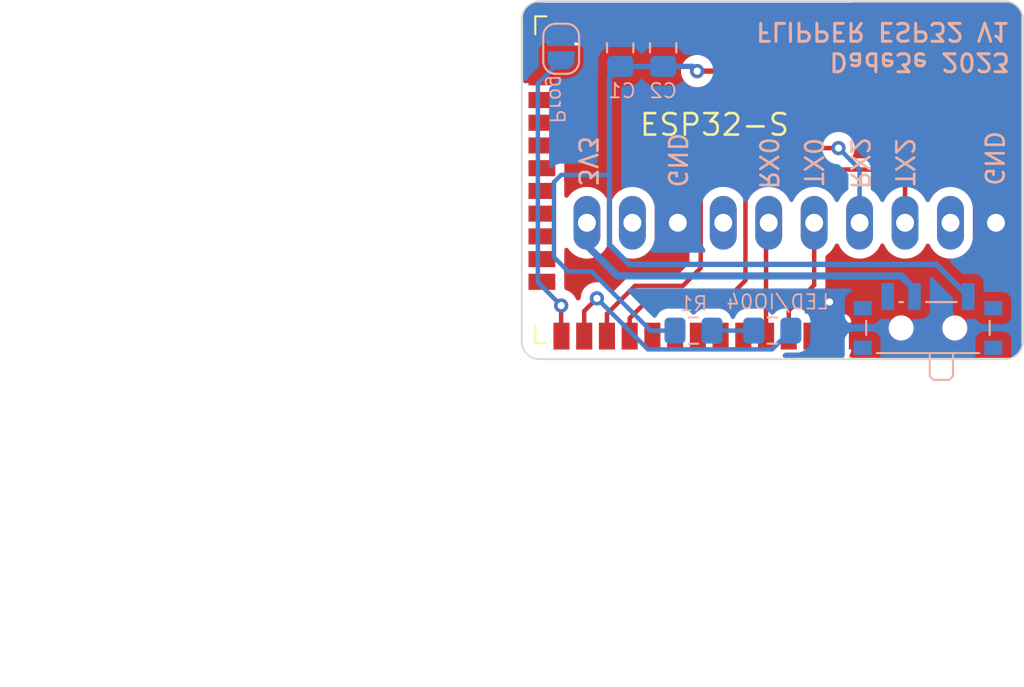
<source format=kicad_pcb>
(kicad_pcb (version 20221018) (generator pcbnew)
  (layers (0 "F.Cu" signal) (31 "B.Cu" signal) (34 "B.Paste" user) (35 "F.Paste" user) (36 "B.SilkS" user "B.Silkscreen") (37 "F.SilkS" user "F.Silkscreen") (38 "B.Mask" user) (39 "F.Mask" user) (44 "Edge.Cuts" user))
  (net 0 "")
  (net 1 "GND")
  (net 2 "Net-(D1-A)")
  (net 4 "Net-(J1-Pin_5)")
  (net 5 "Net-(J1-Pin_6)")
  (net 8 "Net-(J1-Pin_10)")
  (net 16 "Net-(D1-K)")
  (net 37 "Net-(J1-Pin_3)")
  (net 38 "Net-(J1-Pin_4)")
  (net 40 "Net-(JP1-A)")
  (net 41 "Net-(SW1-A)")
  (footprint "RF_Module:ESP32-WROOM-32U" (layer "F.Cu") (at 50.475 49.96 -90)
    (fp_text reference "U1" hide)
    (fp_text value "ESP32-WROOM-32")
    (fp_line (start -9.12 9.1) (end -9.12 9.72) (stroke (width 0.12)) (layer "F.SilkS"))
    (fp_line (start -9.12 9.72) (end -8.12 9.72) (stroke (width 0.12)) (layer "F.SilkS"))
    (fp_line (start 9.12 9.1) (end 9.12 9.72) (stroke (width 0.12)) (layer "F.SilkS"))
    (fp_line (start 9.12 9.72) (end 8.12 9.72) (stroke (width 0.12)) (layer "F.SilkS"))
    (pad "1" smd rect (at -8.75 -8.255 270) (size 1.5 0.9) (layers "F.Cu" "F.Paste" "F.Mask") (net 1 "GND"))
    (pad "2" smd rect (at -8.75 -6.985 270) (size 1.5 0.9) (layers "F.Cu" "F.Paste" "F.Mask") (net 41 "Net-(SW1-A)"))
    (pad "3" smd rect (at -8.75 -5.715 270) (size 1.5 0.9) (layers "F.Cu" "F.Paste" "F.Mask") (net 41 "Net-(SW1-A)"))
    (pad "4" smd rect (at -8.75 -4.445 270) (size 1.5 0.9) (layers "F.Cu" "F.Paste" "F.Mask"))
    (pad "5" smd rect (at -8.75 -3.175 270) (size 1.5 0.9) (layers "F.Cu" "F.Paste" "F.Mask"))
    (pad "6" smd rect (at -8.75 -1.905 270) (size 1.5 0.9) (layers "F.Cu" "F.Paste" "F.Mask"))
    (pad "7" smd rect (at -8.75 -0.635 270) (size 1.5 0.9) (layers "F.Cu" "F.Paste" "F.Mask"))
    (pad "8" smd rect (at -8.75 0.635 270) (size 1.5 0.9) (layers "F.Cu" "F.Paste" "F.Mask"))
    (pad "9" smd rect (at -8.75 1.905 270) (size 1.5 0.9) (layers "F.Cu" "F.Paste" "F.Mask"))
    (pad "10" smd rect (at -8.75 3.175 270) (size 1.5 0.9) (layers "F.Cu" "F.Paste" "F.Mask"))
    (pad "11" smd rect (at -8.75 4.445 270) (size 1.5 0.9) (layers "F.Cu" "F.Paste" "F.Mask"))
    (pad "12" smd rect (at -8.75 5.715 270) (size 1.5 0.9) (layers "F.Cu" "F.Paste" "F.Mask"))
    (pad "13" smd rect (at -8.75 6.985 270) (size 1.5 0.9) (layers "F.Cu" "F.Paste" "F.Mask"))
    (pad "14" smd rect (at -8.75 8.255 270) (size 1.5 0.9) (layers "F.Cu" "F.Paste" "F.Mask"))
    (pad "15" smd rect (at -5.715 9.35) (size 1.5 0.9) (layers "F.Cu" "F.Paste" "F.Mask") (net 1 "GND"))
    (pad "16" smd rect (at -4.445 9.35) (size 1.5 0.9) (layers "F.Cu" "F.Paste" "F.Mask"))
    (pad "17" smd rect (at -3.175 9.35) (size 1.5 0.9) (layers "F.Cu" "F.Paste" "F.Mask"))
    (pad "18" smd rect (at -1.905 9.35) (size 1.5 0.9) (layers "F.Cu" "F.Paste" "F.Mask"))
    (pad "19" smd rect (at -0.635 9.35) (size 1.5 0.9) (layers "F.Cu" "F.Paste" "F.Mask"))
    (pad "20" smd rect (at 0.635 9.35) (size 1.5 0.9) (layers "F.Cu" "F.Paste" "F.Mask"))
    (pad "21" smd rect (at 1.905 9.35) (size 1.5 0.9) (layers "F.Cu" "F.Paste" "F.Mask"))
    (pad "22" smd rect (at 3.175 9.35) (size 1.5 0.9) (layers "F.Cu" "F.Paste" "F.Mask"))
    (pad "23" smd rect (at 4.445 9.35) (size 1.5 0.9) (layers "F.Cu" "F.Paste" "F.Mask"))
    (pad "24" smd rect (at 5.715 9.35) (size 1.5 0.9) (layers "F.Cu" "F.Paste" "F.Mask"))
    (pad "25" smd rect (at 8.75 8.255 270) (size 1.5 0.9) (layers "F.Cu" "F.Paste" "F.Mask") (net 40 "Net-(JP1-A)"))
    (pad "26" smd rect (at 8.75 6.985 270) (size 1.5 0.9) (layers "F.Cu" "F.Paste" "F.Mask") (net 16 "Net-(D1-K)"))
    (pad "27" smd rect (at 8.75 5.715 270) (size 1.5 0.9) (layers "F.Cu" "F.Paste" "F.Mask") (net 38 "Net-(J1-Pin_4)"))
    (pad "28" smd rect (at 8.75 4.445 270) (size 1.5 0.9) (layers "F.Cu" "F.Paste" "F.Mask") (net 37 "Net-(J1-Pin_3)"))
    (pad "29" smd rect (at 8.75 3.175 270) (size 1.5 0.9) (layers "F.Cu" "F.Paste" "F.Mask"))
    (pad "30" smd rect (at 8.75 1.905 270) (size 1.5 0.9) (layers "F.Cu" "F.Paste" "F.Mask"))
    (pad "31" smd rect (at 8.75 0.635 270) (size 1.5 0.9) (layers "F.Cu" "F.Paste" "F.Mask"))
    (pad "32" smd rect (at 8.75 -0.635 270) (size 1.5 0.9) (layers "F.Cu" "F.Paste" "F.Mask"))
    (pad "33" smd rect (at 8.75 -1.905 270) (size 1.5 0.9) (layers "F.Cu" "F.Paste" "F.Mask"))
    (pad "34" smd rect (at 8.75 -3.175 270) (size 1.5 0.9) (layers "F.Cu" "F.Paste" "F.Mask") (net 5 "Net-(J1-Pin_6)"))
    (pad "35" smd rect (at 8.75 -4.445 270) (size 1.5 0.9) (layers "F.Cu" "F.Paste" "F.Mask") (net 4 "Net-(J1-Pin_5)"))
    (pad "36" smd rect (at 8.75 -5.715 270) (size 1.5 0.9) (layers "F.Cu" "F.Paste" "F.Mask"))
    (pad "37" smd rect (at 8.75 -6.985 270) (size 1.5 0.9) (layers "F.Cu" "F.Paste" "F.Mask"))
    (pad "38" smd rect (at 8.75 -8.255 270) (size 1.5 0.9) (layers "F.Cu" "F.Paste" "F.Mask") (net 1 "GND"))
  )
  (footprint "Button_Switch_SMD:SW_SPDT_PCM12" (layer "B.Cu") (at 62.7 57.925 180)
    (fp_text reference "SW1" hide)
    (fp_text value "SW_SPDT" hide)
    (fp_line (start -3.45 0.07) (end -3.45 -0.72) (stroke (width 0.12)) (layer "B.SilkS"))
    (fp_line (start -2.85 -1.73) (end 2.85 -1.73) (stroke (width 0.12)) (layer "B.SilkS"))
    (fp_line (start -1.6 1.12) (end 0.1 1.12) (stroke (width 0.12)) (layer "B.SilkS"))
    (fp_line (start -1.4 -3.02) (end -1.2 -3.23) (stroke (width 0.12)) (layer "B.SilkS"))
    (fp_line (start -1.4 -1.73) (end -1.4 -3.02) (stroke (width 0.12)) (layer "B.SilkS"))
    (fp_line (start -1.2 -3.23) (end -0.3 -3.23) (stroke (width 0.12)) (layer "B.SilkS"))
    (fp_line (start -0.1 -3.02) (end -0.3 -3.23) (stroke (width 0.12)) (layer "B.SilkS"))
    (fp_line (start -0.1 -3.02) (end -0.1 -1.73) (stroke (width 0.12)) (layer "B.SilkS"))
    (fp_line (start 1.4 1.12) (end 1.6 1.12) (stroke (width 0.12)) (layer "B.SilkS"))
    (fp_line (start 3.45 -0.72) (end 3.45 0.07) (stroke (width 0.12)) (layer "B.SilkS"))
    (pad "" smd rect (at -3.65 -1.43 180) (size 1 0.8) (layers "B.Cu" "B.Paste" "B.Mask"))
    (pad "" smd rect (at -3.65 0.78 180) (size 1 0.8) (layers "B.Cu" "B.Paste" "B.Mask"))
    (pad "" np_thru_hole circle (at -1.5 -0.33 180) (size 0.9 0.9) (drill 0.9) (layers "*.Cu" "*.Mask"))
    (pad "" np_thru_hole circle (at 1.5 -0.33 180) (size 0.9 0.9) (drill 0.9) (layers "*.Cu" "*.Mask"))
    (pad "" smd rect (at 3.65 -1.43 180) (size 1 0.8) (layers "B.Cu" "B.Paste" "B.Mask"))
    (pad "" smd rect (at 3.65 0.78 180) (size 1 0.8) (layers "B.Cu" "B.Paste" "B.Mask"))
    (pad "1" smd rect (at -2.25 1.43 180) (size 0.7 1.5) (layers "B.Cu" "B.Paste" "B.Mask") (net 41 "Net-(SW1-A)"))
    (pad "2" smd rect (at 0.75 1.43 180) (size 0.7 1.5) (layers "B.Cu" "B.Paste" "B.Mask") (net 8 "Net-(J1-Pin_10)"))
    (pad "3" smd rect (at 2.25 1.43 180) (size 0.7 1.5) (layers "B.Cu" "B.Paste" "B.Mask"))
  )
  (footprint "Library:PinHeader_1x10_P2.54mm_Vertical_largo" (layer "B.Cu") (at 66.5 52.375 90)
    (fp_text reference "J1" hide)
    (fp_text value "Conn_01x10" hide)
    (pad "1" thru_hole oval (at 0 0 90) (size 3 1.5) (drill 1) (layers "*.Cu" "*.Mask") (net 1 "GND"))
    (pad "2" thru_hole oval (at 0 -2.54 90) (size 3 1.5) (drill 1) (layers "*.Cu" "*.Mask"))
    (pad "3" thru_hole oval (at 0 -5.08 90) (size 3 1.5) (drill 1) (layers "*.Cu" "*.Mask") (net 37 "Net-(J1-Pin_3)"))
    (pad "4" thru_hole oval (at 0 -7.62 90) (size 3 1.5) (drill 1) (layers "*.Cu" "*.Mask") (net 38 "Net-(J1-Pin_4)"))
    (pad "5" thru_hole oval (at 0 -10.16 90) (size 3 1.5) (drill 1) (layers "*.Cu" "*.Mask") (net 4 "Net-(J1-Pin_5)"))
    (pad "6" thru_hole oval (at 0 -12.7 90) (size 3 1.5) (drill 1) (layers "*.Cu" "*.Mask") (net 5 "Net-(J1-Pin_6)"))
    (pad "7" thru_hole oval (at 0 -15.24 90) (size 3 1.5) (drill 1) (layers "*.Cu" "*.Mask"))
    (pad "8" thru_hole oval (at 0 -17.78 90) (size 3 1.5) (drill 1) (layers "*.Cu" "*.Mask") (net 1 "GND"))
    (pad "9" thru_hole oval (at 0 -20.32 90) (size 3 1.5) (drill 1) (layers "*.Cu" "*.Mask"))
    (pad "10" thru_hole oval (at 0 -22.86 90) (size 3 1.5) (drill 1) (layers "*.Cu" "*.Mask") (net 8 "Net-(J1-Pin_10)"))
  )
  (footprint "Capacitor_SMD:C_0805_2012Metric_Pad1.18x1.45mm_HandSolder" (layer "B.Cu") (at 45.5 42.6 90)
    (fp_text reference "C1" (at -2.4 0.1) (layer "B.SilkS") (effects (font (size 0.8 0.8) (thickness 0.1)) (justify mirror)))
    (fp_text value "C" hide)
    (fp_line (start -0.261252 -0.735) (end 0.261252 -0.735) (stroke (width 0.12)) (layer "B.SilkS"))
    (fp_line (start -0.261252 0.735) (end 0.261252 0.735) (stroke (width 0.12)) (layer "B.SilkS"))
    (pad "1" smd roundrect (at -1.0375 0 90) (size 1.175 1.45) (layers "B.Cu" "B.Paste" "B.Mask") (roundrect_rratio 0.212766) (net 41 "Net-(SW1-A)"))
    (pad "2" smd roundrect (at 1.0375 0 90) (size 1.175 1.45) (layers "B.Cu" "B.Paste" "B.Mask") (roundrect_rratio 0.212766) (net 1 "GND"))
  )
  (footprint "Capacitor_SMD:C_0805_2012Metric_Pad1.18x1.45mm_HandSolder" (layer "B.Cu") (at 49.6 58.4 180)
    (fp_text reference "R1" (at 0 1.5) (layer "B.SilkS") (effects (font (size 0.8 0.8) (thickness 0.1)) (justify mirror)))
    (fp_text value "R" hide)
    (fp_line (start -0.261252 -0.735) (end 0.261252 -0.735) (stroke (width 0.12)) (layer "B.SilkS"))
    (fp_line (start -0.261252 0.735) (end 0.261252 0.735) (stroke (width 0.12)) (layer "B.SilkS"))
    (pad "1" smd roundrect (at -1.0375 0 180) (size 1.175 1.45) (layers "B.Cu" "B.Paste" "B.Mask") (roundrect_rratio 0.212766) (net 2 "Net-(D1-A)"))
    (pad "2" smd roundrect (at 1.0375 0 180) (size 1.175 1.45) (layers "B.Cu" "B.Paste" "B.Mask") (roundrect_rratio 0.212766) (net 41 "Net-(SW1-A)"))
  )
  (footprint "Jumper:SolderJumper-2_P1.3mm_Open_RoundedPad1.0x1.5mm" (layer "B.Cu") (at 42.2 42.65 90)
    (fp_text reference "JP1" hide)
    (fp_text value "SolderJumper_2_Open" hide)
    (fp_line (start -1.4 -0.3) (end -1.4 0.3) (stroke (width 0.12)) (layer "B.SilkS"))
    (fp_line (start -0.7 1) (end 0.7 1) (stroke (width 0.12)) (layer "B.SilkS"))
    (fp_line (start 0.7 -1) (end -0.7 -1) (stroke (width 0.12)) (layer "B.SilkS"))
    (fp_line (start 1.4 0.3) (end 1.4 -0.3) (stroke (width 0.12)) (layer "B.SilkS"))
    (fp_arc (start -1.4 -0.3) (mid -1.194975 -0.794975) (end -0.7 -1) (stroke (width 0.12)) (layer "B.SilkS"))
    (fp_arc (start -0.7 1) (mid -1.194975 0.794975) (end -1.4 0.3) (stroke (width 0.12)) (layer "B.SilkS"))
    (fp_arc (start 0.7 -1) (mid 1.194975 -0.794975) (end 1.4 -0.3) (stroke (width 0.12)) (layer "B.SilkS"))
    (fp_arc (start 1.4 0.3) (mid 1.194975 0.794975) (end 0.7 1) (stroke (width 0.12)) (layer "B.SilkS"))
    (pad "1" smd custom (at -0.65 0 90) (size 1 0.5) (layers "B.Cu" "B.Mask") (net 40 "Net-(JP1-A)") (options (clearance outline) (anchor rect)) (primitives (gr_circle (center 0 -0.25) (end 0.5 -0.25) (width 0) (fill yes)) (gr_circle (center 0 0.25) (end 0.5 0.25) (width 0) (fill yes)) (gr_poly (pts (xy 0.5 -0.75) (xy 0 -0.75) (xy 0 0.75) (xy 0.5 0.75)) (width 0) (fill yes))))
    (pad "2" smd custom (at 0.65 0 90) (size 1 0.5) (layers "B.Cu" "B.Mask") (net 1 "GND") (options (clearance outline) (anchor rect)) (primitives (gr_circle (center 0 -0.25) (end 0.5 -0.25) (width 0) (fill yes)) (gr_circle (center 0 0.25) (end 0.5 0.25) (width 0) (fill yes)) (gr_poly (pts (xy 0 -0.75) (xy -0.5 -0.75) (xy -0.5 0.75) (xy 0 0.75)) (width 0) (fill yes))))
  )
  (footprint "Capacitor_SMD:C_0805_2012Metric_Pad1.18x1.45mm_HandSolder" (layer "B.Cu") (at 47.9 42.6 90)
    (fp_text reference "C2" (at -2.4 0) (layer "B.SilkS") (effects (font (size 0.8 0.8) (thickness 0.1)) (justify mirror)))
    (fp_text value "C" hide)
    (fp_line (start -0.261252 -0.735) (end 0.261252 -0.735) (stroke (width 0.12)) (layer "B.SilkS"))
    (fp_line (start -0.261252 0.735) (end 0.261252 0.735) (stroke (width 0.12)) (layer "B.SilkS"))
    (pad "1" smd roundrect (at -1.0375 0 90) (size 1.175 1.45) (layers "B.Cu" "B.Paste" "B.Mask") (roundrect_rratio 0.212766) (net 41 "Net-(SW1-A)"))
    (pad "2" smd roundrect (at 1.0375 0 90) (size 1.175 1.45) (layers "B.Cu" "B.Paste" "B.Mask") (roundrect_rratio 0.212766) (net 1 "GND"))
  )
  (footprint "Capacitor_SMD:C_0805_2012Metric_Pad1.18x1.45mm_HandSolder" (layer "B.Cu") (at 54 58.4 180)
    (fp_text reference "LED/IO04" (at -0.3 1.6) (layer "B.SilkS") (effects (font (size 0.8 0.8) (thickness 0.1)) (justify mirror)))
    (fp_text value "LED" hide)
    (fp_line (start -0.261252 -0.735) (end 0.261252 -0.735) (stroke (width 0.12)) (layer "B.SilkS"))
    (fp_line (start -0.261252 0.735) (end 0.261252 0.735) (stroke (width 0.12)) (layer "B.SilkS"))
    (pad "1" smd roundrect (at -1.0375 0 180) (size 1.175 1.45) (layers "B.Cu" "B.Paste" "B.Mask") (roundrect_rratio 0.212766) (net 16 "Net-(D1-K)"))
    (pad "2" smd roundrect (at 1.0375 0 180) (size 1.175 1.45) (layers "B.Cu" "B.Paste" "B.Mask") (roundrect_rratio 0.212766) (net 2 "Net-(D1-A)"))
  )
  (gr_arc (start 67 40) (mid 67.707107 40.292893) (end 68 41) (stroke (width 0.1)) (layer "Edge.Cuts"))
  (gr_arc (start 40 41) (mid 40.292893 40.292893) (end 41 40) (stroke (width 0.1)) (layer "Edge.Cuts"))
  (gr_line (start 68 41) (end 68 59) (stroke (width 0.1)) (layer "Edge.Cuts"))
  (gr_line (start 67 60) (end 41 60) (stroke (width 0.1)) (layer "Edge.Cuts"))
  (gr_arc (start 41 60) (mid 40.292893 59.707107) (end 40 59) (stroke (width 0.1)) (layer "Edge.Cuts"))
  (gr_line (start 40 59) (end 40 41) (stroke (width 0.1)) (layer "Edge.Cuts"))
  (gr_arc (start 68 59) (mid 67.707107 59.707107) (end 67 60) (stroke (width 0.1)) (layer "Edge.Cuts"))
  (gr_line (start 41 40) (end 67 40) (stroke (width 0.1)) (layer "Edge.Cuts"))
  (gr_text "3V3" (at 43.1 50.4 -90) (layer "B.SilkS") (effects (font (size 1 1)) (justify left bottom mirror)))
  (gr_text "Prog" (at 41.5 46.9 270) (layer "B.SilkS") (effects (font (size 0.8 0.8) (thickness 0.1)) (justify left bottom mirror)))
  (gr_text "GND" (at 65.8 50.4 -90) (layer "B.SilkS") (effects (font (size 1 1)) (justify left bottom mirror)))
  (gr_text "TX2" (at 60.8 50.4 -90) (layer "B.SilkS") (effects (font (size 1 1)) (justify left bottom mirror)))
  (gr_text "TX0" (at 55.7 50.4 -90) (layer "B.SilkS") (effects (font (size 1 1)) (justify left bottom mirror)))
  (gr_text "GND" (at 48.1 50.5 -90) (layer "B.SilkS") (effects (font (size 1 1)) (justify left bottom mirror)))
  (gr_text "FLIPPER ESP32 V1" (at 53 41.1 180) (layer "B.SilkS") (effects (font (size 1 1) (thickness 0.17) bold) (justify left bottom mirror)))
  (gr_text "RX0" (at 53.2 50.6 -90) (layer "B.SilkS") (effects (font (size 1 1)) (justify left bottom mirror)))
  (gr_text "Dade3e 2023" (at 57.1 42.8 180) (layer "B.SilkS") (effects (font (size 1 1) (thickness 0.17) bold) (justify left bottom mirror)))
  (gr_text "RX2" (at 58.3 50.6 -90) (layer "B.SilkS") (effects (font (size 1 1)) (justify left bottom mirror)))
  (gr_text "ESP32-S" (at 46.5 47.6) (layer "F.SilkS") (effects (font (size 1.2 1.2)) (justify left bottom)))
  (via (at 57.2 56.8) (size 0.8) (drill 0.4) (layers "F.Cu" "B.Cu") (net 1))
  (segment (start 52.9625 58.4) (end 50.6375 58.4) (width 0.25) (layer "B.Cu") (net 2))
  (segment (start 54.92 58.71) (end 54.92 57.28) (width 0.25) (layer "F.Cu") (net 4))
  (segment (start 56.34 55.86) (end 56.34 52.375) (width 0.25) (layer "F.Cu") (net 4))
  (segment (start 54.92 57.28) (end 56.34 55.86) (width 0.25) (layer "F.Cu") (net 4))
  (segment (start 53.65 58.71) (end 53.65 52.525) (width 0.25) (layer "F.Cu") (net 5))
  (segment (start 53.65 52.525) (end 53.8 52.375) (width 0.25) (layer "F.Cu") (net 5))
  (segment (start 43.64 52.375) (end 43.64 53.34) (width 0.4) (layer "B.Cu") (net 8))
  (segment (start 61.95 56.095) (end 61.95 56.495) (width 0.4) (layer "B.Cu") (net 8))
  (segment (start 61.2 55.345) (end 61.95 56.095) (width 0.4) (layer "B.Cu") (net 8))
  (segment (start 45.345 55.345) (end 61.2 55.345) (width 0.4) (layer "B.Cu") (net 8))
  (segment (start 43.64 52.375) (end 43.64 53.64) (width 0.4) (layer "B.Cu") (net 8))
  (segment (start 43.64 53.64) (end 45.345 55.345) (width 0.4) (layer "B.Cu") (net 8))
  (segment (start 43.49 57.31) (end 43.49 58.71) (width 0.25) (layer "F.Cu") (net 16))
  (segment (start 44.2 56.6) (end 43.49 57.31) (width 0.25) (layer "F.Cu") (net 16))
  (via (at 44.2 56.6) (size 0.8) (drill 0.4) (layers "F.Cu" "B.Cu") (net 16))
  (segment (start 44.2 56.6) (end 47.05 59.45) (width 0.25) (layer "B.Cu") (net 16))
  (segment (start 47.05 59.45) (end 53.9875 59.45) (width 0.25) (layer "B.Cu") (net 16))
  (segment (start 53.9875 59.45) (end 55.0375 58.4) (width 0.25) (layer "B.Cu") (net 16))
  (segment (start 46.94 56.8) (end 51.3 56.8) (width 0.25) (layer "F.Cu") (net 37))
  (segment (start 52.5 55.6) (end 52.5 50.2) (width 0.25) (layer "F.Cu") (net 37))
  (segment (start 46.03 57.71) (end 46.94 56.8) (width 0.25) (layer "F.Cu") (net 37))
  (segment (start 61.42 50.02) (end 61.42 52.375) (width 0.25) (layer "F.Cu") (net 37))
  (segment (start 52.5 50.2) (end 53.3 49.4) (width 0.25) (layer "F.Cu") (net 37))
  (segment (start 51.3 56.8) (end 52.5 55.6) (width 0.25) (layer "F.Cu") (net 37))
  (segment (start 46.03 58.71) (end 46.03 57.71) (width 0.25) (layer "F.Cu") (net 37))
  (segment (start 60.8 49.4) (end 61.42 50.02) (width 0.25) (layer "F.Cu") (net 37))
  (segment (start 53.3 49.4) (end 60.8 49.4) (width 0.25) (layer "F.Cu") (net 37))
  (segment (start 50 50.1) (end 50 54.9) (width 0.25) (layer "F.Cu") (net 38))
  (segment (start 50 54.9) (end 49 55.9) (width 0.25) (layer "F.Cu") (net 38))
  (segment (start 46.325305 55.9) (end 44.76 57.465305) (width 0.25) (layer "F.Cu") (net 38))
  (segment (start 44.76 57.465305) (end 44.76 58.71) (width 0.25) (layer "F.Cu") (net 38))
  (segment (start 49 55.9) (end 46.325305 55.9) (width 0.25) (layer "F.Cu") (net 38))
  (segment (start 51.9 48.2) (end 50 50.1) (width 0.25) (layer "F.Cu") (net 38))
  (segment (start 57.7 48.2) (end 51.9 48.2) (width 0.25) (layer "F.Cu") (net 38))
  (via (at 57.7 48.2) (size 0.8) (drill 0.4) (layers "F.Cu" "B.Cu") (net 38))
  (segment (start 57.7 48.2) (end 58.88 49.38) (width 0.25) (layer "B.Cu") (net 38))
  (segment (start 58.88 49.38) (end 58.88 52.375) (width 0.25) (layer "B.Cu") (net 38))
  (segment (start 42.2 58.69) (end 42.22 58.71) (width 0.25) (layer "F.Cu") (net 40))
  (segment (start 42.2 57) (end 42.2 58.69) (width 0.25) (layer "F.Cu") (net 40))
  (via (at 42.2 57) (size 0.8) (drill 0.4) (layers "F.Cu" "B.Cu") (net 40))
  (segment (start 40.9 55.7) (end 40.9 44.6) (width 0.25) (layer "B.Cu") (net 40))
  (segment (start 40.9 44.6) (end 42.2 43.3) (width 0.25) (layer "B.Cu") (net 40))
  (segment (start 42.2 57) (end 40.9 55.7) (width 0.25) (layer "B.Cu") (net 40))
  (segment (start 49.8 43.9) (end 54.55 43.9) (width 0.3) (layer "F.Cu") (net 41))
  (segment (start 54.55 43.9) (end 56.19 42.26) (width 0.3) (layer "F.Cu") (net 41))
  (segment (start 56.19 41.21) (end 57.46 41.21) (width 0.3) (layer "F.Cu") (net 41))
  (segment (start 56.19 42.26) (end 56.19 41.21) (width 0.3) (layer "F.Cu") (net 41))
  (via (at 49.8 43.9) (size 0.8) (drill 0.4) (layers "F.Cu" "B.Cu") (net 41))
  (segment (start 46 54.7) (end 44.9 53.6) (width 0.3) (layer "B.Cu") (net 41))
  (segment (start 43.9 55.1) (end 42.6 55.1) (width 0.25) (layer "B.Cu") (net 41))
  (segment (start 64.95 56.495) (end 63.155 54.7) (width 0.3) (layer "B.Cu") (net 41))
  (segment (start 63.155 54.7) (end 46 54.7) (width 0.3) (layer "B.Cu") (net 41))
  (segment (start 42.6 55.1) (end 41.8 54.3) (width 0.25) (layer "B.Cu") (net 41))
  (segment (start 41.8 54.3) (end 41.8 50.1) (width 0.25) (layer "B.Cu") (net 41))
  (segment (start 44.9 44.2375) (end 45.5 43.6375) (width 0.3) (layer "B.Cu") (net 41))
  (segment (start 41.8 50.1) (end 42.2 49.7) (width 0.25) (layer "B.Cu") (net 41))
  (segment (start 47.2 58.4) (end 43.9 55.1) (width 0.25) (layer "B.Cu") (net 41))
  (segment (start 42.2 49.7) (end 44.9 49.7) (width 0.25) (layer "B.Cu") (net 41))
  (segment (start 44.9 53.6) (end 44.9 44.2375) (width 0.3) (layer "B.Cu") (net 41))
  (segment (start 45.5 43.6375) (end 49.5375 43.6375) (width 0.3) (layer "B.Cu") (net 41))
  (segment (start 49.5375 43.6375) (end 49.8 43.9) (width 0.3) (layer "B.Cu") (net 41))
  (segment (start 48.5625 58.4) (end 47.2 58.4) (width 0.25) (layer "B.Cu") (net 41))
  (zone (net 1) (net_name "GND") (layers "F&B.Cu") (connect_pads yes (clearance 0.5)) (min_thickness 0.25) (fill yes (thermal_gap 0.5) (thermal_bridge_width 0.5))
    (polygon (pts (xy 40 40) (xy 68 40) (xy 68 60) (xy 40 60)))
  )
)
</source>
